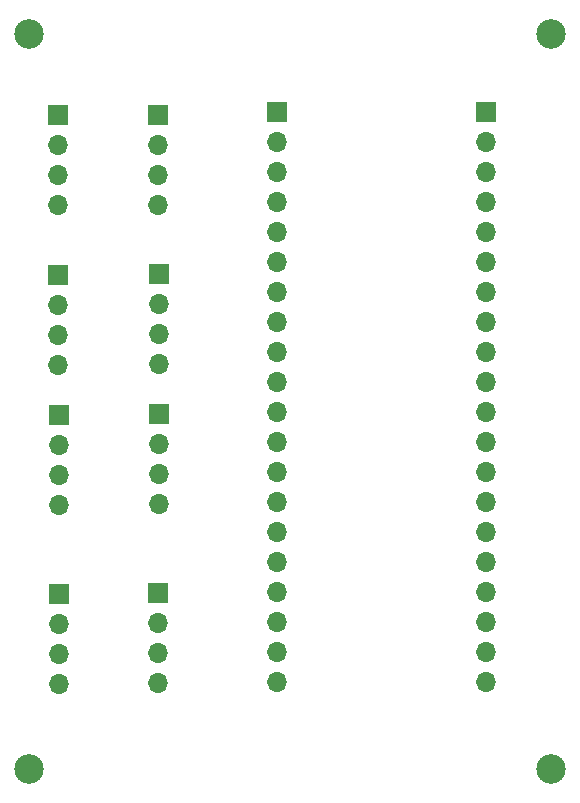
<source format=gbr>
%TF.GenerationSoftware,KiCad,Pcbnew,8.0.8*%
%TF.CreationDate,2025-03-27T16:53:01-04:00*%
%TF.ProjectId,GRIT_main_sub_PCB,47524954-5f6d-4616-996e-5f7375625f50,rev?*%
%TF.SameCoordinates,Original*%
%TF.FileFunction,Soldermask,Top*%
%TF.FilePolarity,Negative*%
%FSLAX46Y46*%
G04 Gerber Fmt 4.6, Leading zero omitted, Abs format (unit mm)*
G04 Created by KiCad (PCBNEW 8.0.8) date 2025-03-27 16:53:01*
%MOMM*%
%LPD*%
G01*
G04 APERTURE LIST*
%ADD10C,2.500000*%
%ADD11O,1.700000X1.700000*%
%ADD12R,1.700000X1.700000*%
G04 APERTURE END LIST*
D10*
%TO.C,REF\u002A\u002A*%
X60500000Y-79000000D03*
%TD*%
%TO.C,REF\u002A\u002A*%
X16250000Y-79000000D03*
%TD*%
%TO.C,REF\u002A\u002A*%
X60500000Y-16750000D03*
%TD*%
%TO.C,REF\u002A\u002A*%
X16250000Y-16750000D03*
%TD*%
D11*
%TO.C,Vdd*%
X18750000Y-31220000D03*
X18750000Y-28680000D03*
X18750000Y-26140000D03*
D12*
X18750000Y-23600000D03*
%TD*%
D11*
%TO.C,Vdd*%
X18810000Y-71760000D03*
X18810000Y-69220000D03*
X18810000Y-66680000D03*
D12*
X18810000Y-64140000D03*
%TD*%
D11*
%TO.C,Vdd*%
X27250000Y-71720000D03*
X27250000Y-69180000D03*
X27250000Y-66640000D03*
D12*
X27250000Y-64100000D03*
%TD*%
D11*
%TO.C,Vdd*%
X18750000Y-44750000D03*
X18750000Y-42210000D03*
X18750000Y-39670000D03*
D12*
X18750000Y-37130000D03*
%TD*%
D11*
%TO.C,Pico 40*%
X54985000Y-71640000D03*
X54985000Y-69100000D03*
X54985000Y-66560000D03*
X54985000Y-64020000D03*
X54985000Y-61480000D03*
X54985000Y-58940000D03*
X54985000Y-56400000D03*
X54985000Y-53860000D03*
X54985000Y-51320000D03*
X54985000Y-48780000D03*
X54985000Y-46240000D03*
X54985000Y-43700000D03*
X54985000Y-41160000D03*
X54985000Y-38620000D03*
X54985000Y-36080000D03*
X54985000Y-33540000D03*
X54985000Y-31000000D03*
X54985000Y-28460000D03*
X54985000Y-25920000D03*
D12*
X54985000Y-23380000D03*
%TD*%
D11*
%TO.C,Vdd*%
X27310000Y-44680000D03*
X27310000Y-42140000D03*
X27310000Y-39600000D03*
D12*
X27310000Y-37060000D03*
%TD*%
D11*
%TO.C,Pico 1*%
X37250000Y-71640000D03*
X37250000Y-69100000D03*
X37250000Y-66560000D03*
X37250000Y-64020000D03*
X37250000Y-61480000D03*
X37250000Y-58940000D03*
X37250000Y-56400000D03*
X37250000Y-53860000D03*
X37250000Y-51320000D03*
X37250000Y-48780000D03*
X37250000Y-46240000D03*
X37250000Y-43700000D03*
X37250000Y-41160000D03*
X37250000Y-38620000D03*
X37250000Y-36080000D03*
X37250000Y-33540000D03*
X37250000Y-31000000D03*
X37250000Y-28460000D03*
X37250000Y-25920000D03*
D12*
X37250000Y-23380000D03*
%TD*%
D11*
%TO.C,Vdd*%
X27250000Y-31220000D03*
X27250000Y-28680000D03*
X27250000Y-26140000D03*
D12*
X27250000Y-23600000D03*
%TD*%
D11*
%TO.C,Vdd*%
X18810000Y-56620000D03*
X18810000Y-54080000D03*
X18810000Y-51540000D03*
D12*
X18810000Y-49000000D03*
%TD*%
D11*
%TO.C,Vdd*%
X27310000Y-56550000D03*
X27310000Y-54010000D03*
X27310000Y-51470000D03*
D12*
X27310000Y-48930000D03*
%TD*%
M02*

</source>
